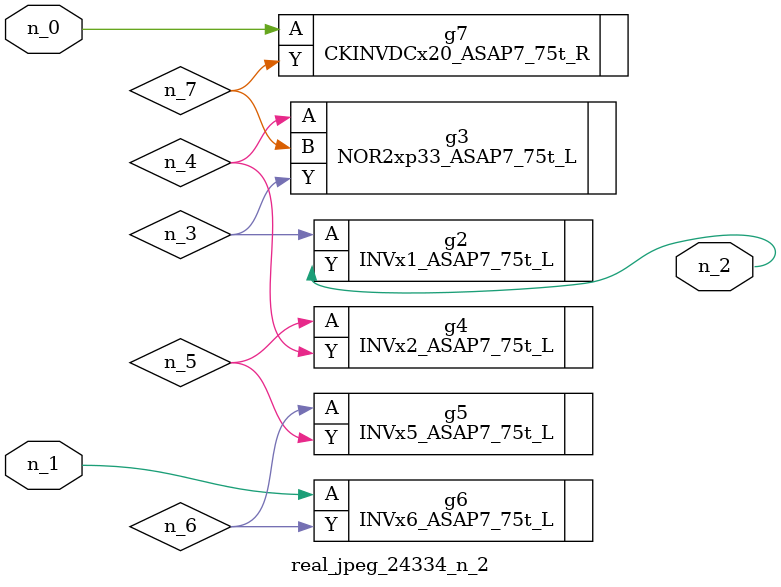
<source format=v>
module real_jpeg_24334_n_2 (n_1, n_0, n_2);

input n_1;
input n_0;

output n_2;

wire n_5;
wire n_4;
wire n_6;
wire n_7;
wire n_3;

CKINVDCx20_ASAP7_75t_R g7 ( 
.A(n_0),
.Y(n_7)
);

INVx6_ASAP7_75t_L g6 ( 
.A(n_1),
.Y(n_6)
);

INVx1_ASAP7_75t_L g2 ( 
.A(n_3),
.Y(n_2)
);

NOR2xp33_ASAP7_75t_L g3 ( 
.A(n_4),
.B(n_7),
.Y(n_3)
);

INVx2_ASAP7_75t_L g4 ( 
.A(n_5),
.Y(n_4)
);

INVx5_ASAP7_75t_L g5 ( 
.A(n_6),
.Y(n_5)
);


endmodule
</source>
